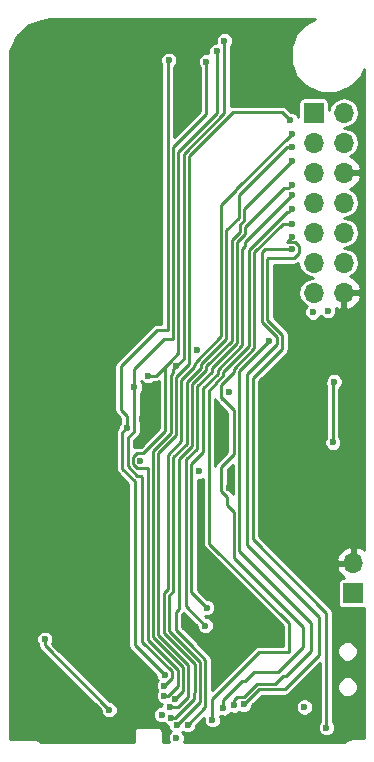
<source format=gbr>
G04 #@! TF.FileFunction,Copper,L3,Inr,Signal*
%FSLAX46Y46*%
G04 Gerber Fmt 4.6, Leading zero omitted, Abs format (unit mm)*
G04 Created by KiCad (PCBNEW 4.0.7) date 06/11/18 13:45:27*
%MOMM*%
%LPD*%
G01*
G04 APERTURE LIST*
%ADD10C,0.100000*%
%ADD11C,0.600000*%
%ADD12R,1.700000X1.700000*%
%ADD13O,1.700000X1.700000*%
%ADD14C,0.250000*%
%ADD15C,0.254000*%
G04 APERTURE END LIST*
D10*
D11*
X152810000Y-107660000D03*
X153280000Y-102450000D03*
X151180000Y-102550000D03*
X130220000Y-81740000D03*
X151140000Y-70150000D03*
X148450000Y-65150000D03*
X147910000Y-67420000D03*
X147800000Y-66000000D03*
X135430000Y-67160000D03*
X133410000Y-68500000D03*
X134570000Y-65450000D03*
X136860000Y-66300000D03*
X133000000Y-66640000D03*
X130930000Y-69760000D03*
X129860000Y-71710000D03*
X129160000Y-81730000D03*
X129910000Y-84450000D03*
X130940000Y-84420000D03*
X132080000Y-84420000D03*
X129070000Y-74210000D03*
X130280000Y-74520000D03*
X131790000Y-74860000D03*
X131840000Y-76070000D03*
X130820000Y-75890000D03*
X129240000Y-75830000D03*
X132600000Y-123780000D03*
X129380000Y-122440000D03*
X130310000Y-120140000D03*
X130760000Y-122760000D03*
X132320000Y-120420000D03*
X131750000Y-121750000D03*
X131780000Y-114370000D03*
X129460000Y-99300000D03*
X129770000Y-94440000D03*
X131310000Y-96590000D03*
X131360000Y-89440000D03*
X129570000Y-92860000D03*
X132330000Y-95770000D03*
X132020000Y-92090000D03*
X133430000Y-91380000D03*
X129770000Y-89860000D03*
X129430000Y-85570000D03*
X130130000Y-87610000D03*
X149110000Y-64170000D03*
X147110000Y-64170000D03*
X145110000Y-64170000D03*
X143110000Y-64170000D03*
X141110000Y-64170000D03*
X139110000Y-64170000D03*
X137110000Y-64170000D03*
X135110000Y-64170000D03*
X133110000Y-64170000D03*
X131990000Y-65420000D03*
X128030000Y-66120000D03*
X128030000Y-68120000D03*
X128030000Y-70120000D03*
X128030000Y-72120000D03*
X128030000Y-74120000D03*
X128030000Y-76120000D03*
X128030000Y-78120000D03*
X128030000Y-80120000D03*
X128030000Y-82120000D03*
X128030000Y-84120000D03*
X128030000Y-86120000D03*
X128030000Y-88120000D03*
X128030000Y-90120000D03*
X128030000Y-92120000D03*
X128030000Y-94120000D03*
X128030000Y-96120000D03*
X128030000Y-98120000D03*
X128030000Y-100120000D03*
X128030000Y-102120000D03*
X128030000Y-104120000D03*
X128030000Y-106120000D03*
X128030000Y-108120000D03*
X128030000Y-110120000D03*
X128030000Y-112120000D03*
X128030000Y-114120000D03*
X128030000Y-116120000D03*
X128030000Y-118120000D03*
X128030000Y-120120000D03*
X128030000Y-122120000D03*
X128030000Y-124120000D03*
X156770000Y-118910000D03*
X145280000Y-114590000D03*
X133340000Y-93060000D03*
X129700000Y-96810000D03*
X130530000Y-91150000D03*
X131100000Y-94070000D03*
X129080000Y-114840000D03*
X129240000Y-117780000D03*
X136610000Y-114990000D03*
X153430000Y-122940000D03*
D12*
X153230000Y-71650000D03*
D13*
X155770000Y-71650000D03*
X153230000Y-74190000D03*
X155770000Y-74190000D03*
X153230000Y-76730000D03*
X155770000Y-76730000D03*
X153230000Y-79270000D03*
X155770000Y-79270000D03*
X153230000Y-81810000D03*
X155770000Y-81810000D03*
X153230000Y-84350000D03*
X155770000Y-84350000D03*
X153230000Y-86890000D03*
X155770000Y-86890000D03*
D11*
X156720000Y-92741000D03*
X137670000Y-91090000D03*
X151767000Y-99980000D03*
X138720000Y-97560000D03*
X145036000Y-96297000D03*
X146052000Y-103409000D03*
D12*
X156570000Y-112350000D03*
D13*
X156570000Y-109810000D03*
D11*
X154960000Y-94440000D03*
X154860000Y-99580000D03*
X140596942Y-120166942D03*
X138041000Y-94896890D03*
X144147000Y-67341000D03*
X140610000Y-119270000D03*
X140972000Y-67214000D03*
X137416000Y-98329000D03*
X141149489Y-122870381D03*
X151386000Y-73437000D03*
X141044529Y-121957457D03*
X151259000Y-72294000D03*
X142560000Y-123490000D03*
X151386000Y-75723000D03*
X154434000Y-88423000D03*
X146052000Y-95281000D03*
X138559000Y-101123000D03*
X153164000Y-88550000D03*
X143512000Y-102012000D03*
X141590000Y-124580000D03*
X144180000Y-113570000D03*
X151386000Y-78644000D03*
X147314950Y-121760000D03*
X151386000Y-83216000D03*
X146516130Y-121803476D03*
X149481000Y-90963000D03*
X141494380Y-121295915D03*
X145671000Y-65563000D03*
X141607000Y-93122000D03*
X140590000Y-121020000D03*
X139206000Y-93933984D03*
X145036000Y-66452000D03*
X154310000Y-123730000D03*
X151386000Y-82200000D03*
X145592843Y-122057244D03*
X151386000Y-81057000D03*
X144660000Y-123070000D03*
X151386000Y-79787000D03*
X140353908Y-122627534D03*
X144060000Y-115090000D03*
X151386000Y-77755000D03*
X135917400Y-122217700D03*
X130469100Y-116236000D03*
X143355401Y-91749484D03*
X141630000Y-123510000D03*
X151386000Y-74580000D03*
X152440000Y-121980000D03*
D14*
X154860000Y-99580000D02*
X154860000Y-94540000D01*
X154860000Y-94540000D02*
X154960000Y-94440000D01*
X138041000Y-94896890D02*
X138041000Y-94280000D01*
X138041000Y-93339000D02*
X138041000Y-94280000D01*
X140545962Y-90834038D02*
X138041000Y-93339000D01*
X141330960Y-90834038D02*
X140545962Y-90834038D01*
X138041000Y-94896890D02*
X138041000Y-98629002D01*
X138630000Y-102410000D02*
X138732970Y-102512970D01*
X138041000Y-98629002D02*
X137483989Y-99186013D01*
X137483989Y-99186013D02*
X137483990Y-101609402D01*
X137483990Y-101609402D02*
X138284588Y-102410000D01*
X138284588Y-102410000D02*
X138630000Y-102410000D01*
X138732970Y-102512970D02*
X138732971Y-116467969D01*
X138732971Y-116467969D02*
X141235001Y-118969999D01*
X141235001Y-118969999D02*
X141235001Y-119528883D01*
X141235001Y-119528883D02*
X140596942Y-120166942D01*
X144147000Y-71786000D02*
X144147000Y-67341000D01*
X141330960Y-90834038D02*
X141330961Y-74602039D01*
X141330961Y-74602039D02*
X144147000Y-71786000D01*
X140972000Y-67214000D02*
X140880952Y-67305048D01*
X140880952Y-67305048D02*
X140880951Y-90074000D01*
X140880951Y-90074000D02*
X139966000Y-90074000D01*
X137416000Y-97300000D02*
X137416000Y-98329000D01*
X139966000Y-90074000D02*
X136910000Y-93130000D01*
X136910000Y-93130000D02*
X136910000Y-96794000D01*
X136910000Y-96794000D02*
X137416000Y-97300000D01*
X137416000Y-98329000D02*
X137033980Y-98711021D01*
X137033980Y-98711021D02*
X137033981Y-101795803D01*
X138098187Y-102860009D02*
X138098187Y-116758187D01*
X137033981Y-101795803D02*
X138098187Y-102860009D01*
X138098187Y-116758187D02*
X140610000Y-119270000D01*
X143060037Y-121190045D02*
X143060037Y-121291670D01*
X143060037Y-121291670D02*
X141481326Y-122870381D01*
X141481326Y-122870381D02*
X141149489Y-122870381D01*
X143150000Y-118339358D02*
X143150000Y-120720000D01*
X143150000Y-120720000D02*
X143060038Y-120809962D01*
X143060038Y-120809962D02*
X143060037Y-121190045D01*
X140533010Y-114144600D02*
X140533010Y-115722368D01*
X140533010Y-115722368D02*
X143150000Y-118339358D01*
X140533010Y-114144600D02*
X140533010Y-112356990D01*
X140891971Y-111998029D02*
X140891971Y-100615000D01*
X145394960Y-79510366D02*
X146674300Y-78231026D01*
X140533010Y-112356990D02*
X140891971Y-111998029D01*
X140891971Y-100615000D02*
X142034970Y-99472001D01*
X146674300Y-78231026D02*
X146674300Y-78148700D01*
X142034970Y-99472001D02*
X142034970Y-94257562D01*
X142034970Y-94257562D02*
X143131000Y-93161532D01*
X143131000Y-93161532D02*
X143131000Y-92982300D01*
X143131000Y-92982300D02*
X143235961Y-92877339D01*
X143235961Y-92877339D02*
X143235962Y-92753168D01*
X143235962Y-92753168D02*
X145394960Y-90594170D01*
X145394960Y-90594170D02*
X145394960Y-79510366D01*
X146674300Y-78148700D02*
X151386000Y-73437000D01*
X142610028Y-121003644D02*
X142610028Y-121105269D01*
X142610028Y-121105269D02*
X141757840Y-121957457D01*
X141757840Y-121957457D02*
X141044529Y-121957457D01*
X151259000Y-72294000D02*
X150588720Y-71623720D01*
X142680990Y-75337630D02*
X142680990Y-92975132D01*
X150588720Y-71623720D02*
X146394900Y-71623720D01*
X142680990Y-92975132D02*
X141584960Y-94071162D01*
X146394900Y-71623720D02*
X142680990Y-75337630D01*
X141584960Y-94071162D02*
X141584960Y-98986040D01*
X141584960Y-98986040D02*
X140083000Y-100488000D01*
X142610028Y-118435796D02*
X142610028Y-121003644D01*
X140083000Y-100488000D02*
X140083000Y-115908768D01*
X140083000Y-115908768D02*
X142610028Y-118435796D01*
X144050020Y-117966558D02*
X144050020Y-121999980D01*
X144050020Y-121999980D02*
X142560000Y-123490000D01*
X141540000Y-115420000D02*
X142850000Y-116730000D01*
X142850000Y-116730000D02*
X142850000Y-116766538D01*
X142850000Y-116766538D02*
X144050020Y-117966558D01*
X141540000Y-113920000D02*
X141540000Y-115420000D01*
X141791991Y-113626991D02*
X141791991Y-113668009D01*
X141791991Y-113668009D02*
X141540000Y-113920000D01*
X151386000Y-75723000D02*
X147322000Y-79787000D01*
X147322000Y-79787000D02*
X147322000Y-80801590D01*
X147322000Y-80801590D02*
X146998990Y-81124600D01*
X146998990Y-81124600D02*
X146998990Y-81758190D01*
X146998990Y-81758190D02*
X146294980Y-82462200D01*
X142934990Y-94630362D02*
X142934990Y-99861589D01*
X146294980Y-82462200D02*
X146294980Y-90966970D01*
X146294980Y-90966970D02*
X144135980Y-93125970D01*
X144135980Y-93125970D02*
X144135980Y-93429372D01*
X144135980Y-93429372D02*
X142934990Y-94630362D01*
X142934990Y-99861589D02*
X141791991Y-101004588D01*
X141791991Y-101004588D02*
X141791991Y-113626991D01*
X142886999Y-108270000D02*
X142886999Y-112276999D01*
X142886999Y-112276999D02*
X144180000Y-113570000D01*
X142886999Y-101377000D02*
X142886999Y-108270000D01*
X151386000Y-78644000D02*
X147449000Y-82581000D01*
X147449000Y-82581000D02*
X147449000Y-82957770D01*
X147449000Y-82957770D02*
X147195000Y-83211770D01*
X145093990Y-93744182D02*
X143893000Y-94945172D01*
X147195000Y-83211770D02*
X147195000Y-91339770D01*
X147195000Y-91339770D02*
X145093990Y-93440780D01*
X143893000Y-100370999D02*
X142886999Y-101377000D01*
X145093990Y-93440780D02*
X145093990Y-93744182D01*
X143893000Y-94945172D02*
X143893000Y-100370999D01*
X147314950Y-121760000D02*
X148614950Y-120460000D01*
X150106001Y-91263001D02*
X150106001Y-90662999D01*
X148614950Y-120460000D02*
X150790000Y-120460000D01*
X150790000Y-120460000D02*
X153660000Y-117590000D01*
X147612002Y-108272002D02*
X147612002Y-93757000D01*
X153660000Y-117590000D02*
X153660000Y-114320000D01*
X153660000Y-114320000D02*
X147612002Y-108272002D01*
X147612002Y-93757000D02*
X150106001Y-91263001D01*
X150106001Y-90662999D02*
X148855999Y-89412997D01*
X148855999Y-89412997D02*
X148855999Y-83460001D01*
X148855999Y-83460001D02*
X149100000Y-83216000D01*
X149100000Y-83216000D02*
X151386000Y-83216000D01*
X147612002Y-121462948D02*
X147314950Y-121760000D01*
X150920000Y-119360000D02*
X153000000Y-117280000D01*
X148428550Y-120009990D02*
X149960000Y-120009990D01*
X150920000Y-119360000D02*
X150609990Y-119360000D01*
X150609990Y-119360000D02*
X149960000Y-120009990D01*
X146516130Y-121803476D02*
X146516130Y-121379212D01*
X153000000Y-117280000D02*
X153000000Y-114870000D01*
X146516130Y-121379212D02*
X146760343Y-121134999D01*
X146760343Y-121134999D02*
X147303541Y-121134999D01*
X147303541Y-121134999D02*
X148428550Y-120009990D01*
X146931001Y-108801001D02*
X146931001Y-93512999D01*
X153000000Y-114870000D02*
X146931001Y-108801001D01*
X146931001Y-93512999D02*
X149481000Y-90963000D01*
X142160018Y-120664246D02*
X142126049Y-120664246D01*
X142126049Y-120664246D02*
X141494380Y-121295915D01*
X141607000Y-93122000D02*
X141307001Y-93421999D01*
X139632990Y-100301600D02*
X139632990Y-116095168D01*
X141307001Y-93421999D02*
X141307001Y-93712711D01*
X141134950Y-98799640D02*
X139632990Y-100301600D01*
X141307001Y-93712711D02*
X141134950Y-93884762D01*
X141134950Y-93884762D02*
X141134950Y-98799640D01*
X139632990Y-116095168D02*
X142160018Y-118622196D01*
X142160018Y-118622196D02*
X142160018Y-120664246D01*
X141607000Y-93122000D02*
X142230980Y-92498020D01*
X142230980Y-92498020D02*
X142230980Y-75151230D01*
X142230980Y-75151230D02*
X145671000Y-71711210D01*
X145671000Y-71711210D02*
X145671000Y-70922400D01*
X145671000Y-70922400D02*
X145671000Y-65563000D01*
X141040000Y-92763998D02*
X140684940Y-93119058D01*
X137933999Y-100822999D02*
X137933999Y-101423001D01*
X140886410Y-121020000D02*
X140590000Y-121020000D01*
X140684940Y-93119058D02*
X140684940Y-98613240D01*
X140684940Y-98613240D02*
X138800181Y-100497999D01*
X138800181Y-100497999D02*
X138258999Y-100497999D01*
X138258999Y-100497999D02*
X137933999Y-100822999D01*
X137933999Y-101423001D02*
X138258999Y-101748001D01*
X138258999Y-101748001D02*
X139171999Y-101748001D01*
X141710009Y-118808597D02*
X141710009Y-120196401D01*
X139171999Y-101748001D02*
X139182980Y-101737020D01*
X139182980Y-101737020D02*
X139182980Y-116281568D01*
X139182980Y-116281568D02*
X141710009Y-118808597D01*
X141710009Y-120196401D02*
X140886410Y-121020000D01*
X141040000Y-92763998D02*
X141780970Y-92023028D01*
X140108400Y-93695598D02*
X141040000Y-92763998D01*
X139919998Y-93884000D02*
X140108400Y-93695598D01*
X139206000Y-93933984D02*
X139870014Y-93933984D01*
X139870014Y-93933984D02*
X140108400Y-93695598D01*
X141780970Y-92023028D02*
X141780970Y-74964830D01*
X141780970Y-74964830D02*
X145036000Y-71709800D01*
X145036000Y-71709800D02*
X145036000Y-66876264D01*
X145036000Y-66876264D02*
X145036000Y-66452000D01*
X148062012Y-107732012D02*
X154310000Y-113980000D01*
X154310000Y-113980000D02*
X154310000Y-123730000D01*
X148062012Y-94159988D02*
X148062012Y-107550000D01*
X148062012Y-107550000D02*
X148062012Y-107732012D01*
X154310000Y-122924998D02*
X154310000Y-123730000D01*
X149306009Y-89226597D02*
X150556011Y-90476599D01*
X151386000Y-82200000D02*
X150995001Y-82590999D01*
X151686001Y-82590999D02*
X152011001Y-82915999D01*
X150995001Y-82590999D02*
X151686001Y-82590999D01*
X149354000Y-83978000D02*
X149306009Y-84025991D01*
X152011001Y-82915999D02*
X152011001Y-83516001D01*
X152011001Y-83516001D02*
X151549002Y-83978000D01*
X150556011Y-91665989D02*
X148062012Y-94159988D01*
X151549002Y-83978000D02*
X149354000Y-83978000D01*
X149306009Y-84025991D02*
X149306009Y-89226597D01*
X150556011Y-90476599D02*
X150556011Y-91665989D01*
X145592843Y-122057244D02*
X145592843Y-121347157D01*
X145592843Y-121347157D02*
X147170000Y-119770000D01*
X147170000Y-119770000D02*
X147430000Y-119770000D01*
X146480991Y-100589009D02*
X146480991Y-96816989D01*
X147430000Y-119770000D02*
X148200000Y-119000000D01*
X145426999Y-103709001D02*
X145426999Y-101643001D01*
X148200000Y-119000000D02*
X150247180Y-119000000D01*
X150247180Y-119000000D02*
X152370000Y-116877180D01*
X146480991Y-96816989D02*
X145426999Y-95762997D01*
X152370000Y-116877180D02*
X152370000Y-115230000D01*
X152370000Y-115230000D02*
X146480991Y-109340991D01*
X145426999Y-101643001D02*
X146480991Y-100589009D01*
X145426999Y-95762997D02*
X145426999Y-95580000D01*
X146480991Y-109340991D02*
X146480991Y-105430991D01*
X146480991Y-105430991D02*
X145887998Y-104837998D01*
X145887998Y-104837998D02*
X145887998Y-104170000D01*
X145887998Y-104170000D02*
X145426999Y-103709001D01*
X145426999Y-95580000D02*
X145426999Y-95798999D01*
X145426999Y-94683993D02*
X145426999Y-95580000D01*
X146480991Y-96852991D02*
X146480991Y-99307008D01*
X145426999Y-95798999D02*
X146480991Y-96852991D01*
X151386000Y-81057000D02*
X150622590Y-81057000D01*
X148211000Y-91596590D02*
X146480992Y-93326598D01*
X150622590Y-81057000D02*
X148211000Y-83468590D01*
X148211000Y-83468590D02*
X148211000Y-91596590D01*
X146480992Y-93326598D02*
X146480992Y-93630000D01*
X146480992Y-93630000D02*
X145426999Y-94683993D01*
X147790000Y-118150000D02*
X144660000Y-121280000D01*
X144660000Y-121280000D02*
X144660000Y-123070000D01*
X148600000Y-117340000D02*
X147790000Y-118150000D01*
X151150000Y-117340000D02*
X148600000Y-117340000D01*
X151150000Y-114900000D02*
X151150000Y-117340000D01*
X144401000Y-108151000D02*
X151150000Y-114900000D01*
X144401000Y-102393000D02*
X144401000Y-104210000D01*
X144401000Y-104210000D02*
X144401000Y-108151000D01*
X151386000Y-79787000D02*
X151086001Y-80086999D01*
X144343010Y-95211990D02*
X144343010Y-102335010D01*
X151086001Y-80086999D02*
X150956181Y-80086999D01*
X145544000Y-93930582D02*
X144976989Y-94497593D01*
X150956181Y-80086999D02*
X147760990Y-83282190D01*
X147760990Y-83282190D02*
X147760990Y-91410190D01*
X147760990Y-91410190D02*
X145544000Y-93627180D01*
X145544000Y-93627180D02*
X145544000Y-93930582D01*
X144976989Y-94497593D02*
X144976989Y-94578011D01*
X144976989Y-94578011D02*
X144343010Y-95211990D01*
X144343010Y-102335010D02*
X144401000Y-102393000D01*
X142436989Y-108440000D02*
X142436989Y-113466989D01*
X142436989Y-113466989D02*
X144060000Y-115090000D01*
X142436989Y-108440000D02*
X142436989Y-108600000D01*
X142436989Y-100996000D02*
X142436989Y-108440000D01*
X151386000Y-77755000D02*
X151086001Y-78054999D01*
X151086001Y-78054999D02*
X150705001Y-78054999D01*
X150705001Y-78054999D02*
X147449000Y-81311000D01*
X146744990Y-91153370D02*
X144585990Y-93312370D01*
X147449000Y-81311000D02*
X147449000Y-81944590D01*
X147449000Y-81944590D02*
X146744990Y-82648600D01*
X146744990Y-82648600D02*
X146744990Y-91153370D01*
X143385000Y-100107000D02*
X143325989Y-100107000D01*
X143325989Y-100107000D02*
X142436989Y-100996000D01*
X144585990Y-93312370D02*
X144585990Y-93615772D01*
X144585990Y-93615772D02*
X143385000Y-94816762D01*
X143385000Y-94816762D02*
X143385000Y-100107000D01*
X130469100Y-116236000D02*
X130469100Y-116769400D01*
X130469100Y-116769400D02*
X135917400Y-122217700D01*
X140990000Y-114570000D02*
X140990000Y-115210000D01*
X140990000Y-115210000D02*
X140990000Y-115542948D01*
X140983020Y-112543390D02*
X140983020Y-115203020D01*
X141341981Y-110160000D02*
X141341980Y-112184430D01*
X141341980Y-112184430D02*
X140983020Y-112543390D01*
X140983020Y-115203020D02*
X140990000Y-115210000D01*
X141341981Y-110160000D02*
X141341981Y-100818188D01*
X143600010Y-118152958D02*
X143600010Y-121539990D01*
X143600010Y-121539990D02*
X141630000Y-123510000D01*
X140990000Y-115542948D02*
X143600010Y-118152958D01*
X143685970Y-93242972D02*
X143685971Y-92939569D01*
X141341981Y-100818188D02*
X142484980Y-99675189D01*
X142484980Y-94443962D02*
X143685970Y-93242972D01*
X150961736Y-74580000D02*
X151386000Y-74580000D01*
X142484980Y-99675189D02*
X142484980Y-94443962D01*
X143685971Y-92939569D02*
X145844970Y-90780570D01*
X145844970Y-90780570D02*
X145844970Y-81619630D01*
X145844970Y-81619630D02*
X146871990Y-80592610D01*
X146871990Y-80592610D02*
X146871990Y-78669746D01*
X146871990Y-78669746D02*
X150961736Y-74580000D01*
D15*
G36*
X152674439Y-64042687D02*
X151765877Y-64949664D01*
X151273561Y-66135294D01*
X151272441Y-67419074D01*
X151762687Y-68605561D01*
X152669664Y-69514123D01*
X153855294Y-70006439D01*
X155139074Y-70007559D01*
X156325561Y-69517313D01*
X157234123Y-68610336D01*
X157513000Y-67938725D01*
X157513000Y-108682456D01*
X157451358Y-108614817D01*
X156926892Y-108368514D01*
X156697000Y-108489181D01*
X156697000Y-109683000D01*
X156717000Y-109683000D01*
X156717000Y-109937000D01*
X156697000Y-109937000D01*
X156697000Y-109957000D01*
X156443000Y-109957000D01*
X156443000Y-109937000D01*
X155249845Y-109937000D01*
X155128524Y-110166890D01*
X155298355Y-110576924D01*
X155688642Y-111005183D01*
X155815236Y-111064635D01*
X155720000Y-111064635D01*
X155561763Y-111094409D01*
X155416433Y-111187927D01*
X155318936Y-111330619D01*
X155284635Y-111500000D01*
X155284635Y-113200000D01*
X155314409Y-113358237D01*
X155407927Y-113503567D01*
X155550619Y-113601064D01*
X155720000Y-113635365D01*
X157420000Y-113635365D01*
X157513000Y-113617866D01*
X157513000Y-124613000D01*
X156680000Y-124613000D01*
X156673787Y-124614236D01*
X156646608Y-124613289D01*
X156592136Y-124622165D01*
X156536942Y-124622165D01*
X156226972Y-124683823D01*
X156226967Y-124683823D01*
X156130033Y-124723975D01*
X156055018Y-124755047D01*
X156055016Y-124755049D01*
X155792236Y-124930633D01*
X155750585Y-124972284D01*
X142216114Y-124967898D01*
X142316874Y-124725244D01*
X142317126Y-124436025D01*
X142206680Y-124168725D01*
X142103099Y-124064964D01*
X142104915Y-124063151D01*
X142147650Y-124105961D01*
X142414756Y-124216874D01*
X142703975Y-124217126D01*
X142971275Y-124106680D01*
X143175961Y-123902350D01*
X143286874Y-123635244D01*
X143286954Y-123543692D01*
X143952466Y-122878180D01*
X143933126Y-122924756D01*
X143932874Y-123213975D01*
X144043320Y-123481275D01*
X144247650Y-123685961D01*
X144514756Y-123796874D01*
X144803975Y-123797126D01*
X145071275Y-123686680D01*
X145275961Y-123482350D01*
X145386874Y-123215244D01*
X145387126Y-122926025D01*
X145303823Y-122724417D01*
X145447599Y-122784118D01*
X145736818Y-122784370D01*
X146004118Y-122673924D01*
X146208804Y-122469594D01*
X146211123Y-122464010D01*
X146370886Y-122530350D01*
X146660105Y-122530602D01*
X146927405Y-122420156D01*
X146951384Y-122396218D01*
X147169706Y-122486874D01*
X147458925Y-122487126D01*
X147726225Y-122376680D01*
X147930911Y-122172350D01*
X147950998Y-122123975D01*
X151712874Y-122123975D01*
X151823320Y-122391275D01*
X152027650Y-122595961D01*
X152294756Y-122706874D01*
X152583975Y-122707126D01*
X152851275Y-122596680D01*
X153055961Y-122392350D01*
X153166874Y-122125244D01*
X153167126Y-121836025D01*
X153056680Y-121568725D01*
X152852350Y-121364039D01*
X152585244Y-121253126D01*
X152296025Y-121252874D01*
X152028725Y-121363320D01*
X151824039Y-121567650D01*
X151713126Y-121834756D01*
X151712874Y-122123975D01*
X147950998Y-122123975D01*
X148041824Y-121905244D01*
X148041904Y-121813692D01*
X148843596Y-121012000D01*
X150790000Y-121012000D01*
X151001242Y-120969982D01*
X151180323Y-120850323D01*
X153758000Y-118272646D01*
X153758000Y-123253800D01*
X153694039Y-123317650D01*
X153583126Y-123584756D01*
X153582874Y-123873975D01*
X153693320Y-124141275D01*
X153897650Y-124345961D01*
X154164756Y-124456874D01*
X154453975Y-124457126D01*
X154721275Y-124346680D01*
X154925961Y-124142350D01*
X155036874Y-123875244D01*
X155037126Y-123586025D01*
X154926680Y-123318725D01*
X154862000Y-123253932D01*
X154862000Y-120443681D01*
X155212849Y-120443681D01*
X155346082Y-120766131D01*
X155592571Y-121013051D01*
X155914789Y-121146847D01*
X156263681Y-121147151D01*
X156586131Y-121013918D01*
X156833051Y-120767429D01*
X156966847Y-120445211D01*
X156967151Y-120096319D01*
X156833918Y-119773869D01*
X156587429Y-119526949D01*
X156265211Y-119393153D01*
X155916319Y-119392849D01*
X155593869Y-119526082D01*
X155346949Y-119772571D01*
X155213153Y-120094789D01*
X155212849Y-120443681D01*
X154862000Y-120443681D01*
X154862000Y-117443681D01*
X155212849Y-117443681D01*
X155346082Y-117766131D01*
X155592571Y-118013051D01*
X155914789Y-118146847D01*
X156263681Y-118147151D01*
X156586131Y-118013918D01*
X156833051Y-117767429D01*
X156966847Y-117445211D01*
X156967151Y-117096319D01*
X156833918Y-116773869D01*
X156587429Y-116526949D01*
X156265211Y-116393153D01*
X155916319Y-116392849D01*
X155593869Y-116526082D01*
X155346949Y-116772571D01*
X155213153Y-117094789D01*
X155212849Y-117443681D01*
X154862000Y-117443681D01*
X154862000Y-113980000D01*
X154819982Y-113768759D01*
X154700323Y-113589677D01*
X150563756Y-109453110D01*
X155128524Y-109453110D01*
X155249845Y-109683000D01*
X156443000Y-109683000D01*
X156443000Y-108489181D01*
X156213108Y-108368514D01*
X155688642Y-108614817D01*
X155298355Y-109043076D01*
X155128524Y-109453110D01*
X150563756Y-109453110D01*
X148614012Y-107503366D01*
X148614012Y-99723975D01*
X154132874Y-99723975D01*
X154243320Y-99991275D01*
X154447650Y-100195961D01*
X154714756Y-100306874D01*
X155003975Y-100307126D01*
X155271275Y-100196680D01*
X155475961Y-99992350D01*
X155586874Y-99725244D01*
X155587126Y-99436025D01*
X155476680Y-99168725D01*
X155412000Y-99103932D01*
X155412000Y-95016026D01*
X155575961Y-94852350D01*
X155686874Y-94585244D01*
X155687126Y-94296025D01*
X155576680Y-94028725D01*
X155372350Y-93824039D01*
X155105244Y-93713126D01*
X154816025Y-93712874D01*
X154548725Y-93823320D01*
X154344039Y-94027650D01*
X154233126Y-94294756D01*
X154232874Y-94583975D01*
X154308000Y-94765794D01*
X154308000Y-99103800D01*
X154244039Y-99167650D01*
X154133126Y-99434756D01*
X154132874Y-99723975D01*
X148614012Y-99723975D01*
X148614012Y-94388634D01*
X150946334Y-92056312D01*
X151065993Y-91877231D01*
X151108011Y-91665989D01*
X151108011Y-90476599D01*
X151104110Y-90456988D01*
X151065993Y-90265357D01*
X150946334Y-90086276D01*
X149858009Y-88997951D01*
X149858009Y-84530000D01*
X151549002Y-84530000D01*
X151760244Y-84487982D01*
X151932530Y-84372863D01*
X152025188Y-84838687D01*
X152302007Y-85252975D01*
X152716295Y-85529794D01*
X153169791Y-85620000D01*
X152716295Y-85710206D01*
X152302007Y-85987025D01*
X152025188Y-86401313D01*
X151927982Y-86890000D01*
X152025188Y-87378687D01*
X152302007Y-87792975D01*
X152656222Y-88029655D01*
X152548039Y-88137650D01*
X152437126Y-88404756D01*
X152436874Y-88693975D01*
X152547320Y-88961275D01*
X152751650Y-89165961D01*
X153018756Y-89276874D01*
X153307975Y-89277126D01*
X153575275Y-89166680D01*
X153779961Y-88962350D01*
X153828495Y-88845469D01*
X154021650Y-89038961D01*
X154288756Y-89149874D01*
X154577975Y-89150126D01*
X154845275Y-89039680D01*
X155049961Y-88835350D01*
X155160874Y-88568244D01*
X155161126Y-88279025D01*
X155127353Y-88197288D01*
X155413108Y-88331486D01*
X155643000Y-88210819D01*
X155643000Y-87017000D01*
X155897000Y-87017000D01*
X155897000Y-88210819D01*
X156126892Y-88331486D01*
X156651358Y-88085183D01*
X157041645Y-87656924D01*
X157211476Y-87246890D01*
X157090155Y-87017000D01*
X155897000Y-87017000D01*
X155643000Y-87017000D01*
X155623000Y-87017000D01*
X155623000Y-86763000D01*
X155643000Y-86763000D01*
X155643000Y-86743000D01*
X155897000Y-86743000D01*
X155897000Y-86763000D01*
X157090155Y-86763000D01*
X157211476Y-86533110D01*
X157041645Y-86123076D01*
X156651358Y-85694817D01*
X156290417Y-85525309D01*
X156697993Y-85252975D01*
X156974812Y-84838687D01*
X157072018Y-84350000D01*
X156974812Y-83861313D01*
X156697993Y-83447025D01*
X156283705Y-83170206D01*
X155830209Y-83080000D01*
X156283705Y-82989794D01*
X156697993Y-82712975D01*
X156974812Y-82298687D01*
X157072018Y-81810000D01*
X156974812Y-81321313D01*
X156697993Y-80907025D01*
X156283705Y-80630206D01*
X155830209Y-80540000D01*
X156283705Y-80449794D01*
X156697993Y-80172975D01*
X156974812Y-79758687D01*
X157072018Y-79270000D01*
X156974812Y-78781313D01*
X156697993Y-78367025D01*
X156290417Y-78094691D01*
X156651358Y-77925183D01*
X157041645Y-77496924D01*
X157211476Y-77086890D01*
X157090155Y-76857000D01*
X155897000Y-76857000D01*
X155897000Y-76877000D01*
X155643000Y-76877000D01*
X155643000Y-76857000D01*
X155623000Y-76857000D01*
X155623000Y-76603000D01*
X155643000Y-76603000D01*
X155643000Y-76583000D01*
X155897000Y-76583000D01*
X155897000Y-76603000D01*
X157090155Y-76603000D01*
X157211476Y-76373110D01*
X157041645Y-75963076D01*
X156651358Y-75534817D01*
X156290417Y-75365309D01*
X156697993Y-75092975D01*
X156974812Y-74678687D01*
X157072018Y-74190000D01*
X156974812Y-73701313D01*
X156697993Y-73287025D01*
X156283705Y-73010206D01*
X155830209Y-72920000D01*
X156283705Y-72829794D01*
X156697993Y-72552975D01*
X156974812Y-72138687D01*
X157072018Y-71650000D01*
X156974812Y-71161313D01*
X156697993Y-70747025D01*
X156283705Y-70470206D01*
X155795018Y-70373000D01*
X155744982Y-70373000D01*
X155256295Y-70470206D01*
X154842007Y-70747025D01*
X154565188Y-71161313D01*
X154515365Y-71411790D01*
X154515365Y-70800000D01*
X154485591Y-70641763D01*
X154392073Y-70496433D01*
X154249381Y-70398936D01*
X154080000Y-70364635D01*
X152380000Y-70364635D01*
X152221763Y-70394409D01*
X152076433Y-70487927D01*
X151978936Y-70630619D01*
X151944635Y-70800000D01*
X151944635Y-72049609D01*
X151875680Y-71882725D01*
X151671350Y-71678039D01*
X151404244Y-71567126D01*
X151312692Y-71567046D01*
X150979043Y-71233397D01*
X150799962Y-71113738D01*
X150588720Y-71071720D01*
X146394900Y-71071720D01*
X146223000Y-71105913D01*
X146223000Y-66039200D01*
X146286961Y-65975350D01*
X146397874Y-65708244D01*
X146398126Y-65419025D01*
X146287680Y-65151725D01*
X146083350Y-64947039D01*
X145816244Y-64836126D01*
X145527025Y-64835874D01*
X145259725Y-64946320D01*
X145055039Y-65150650D01*
X144944126Y-65417756D01*
X144943874Y-65706975D01*
X144951291Y-65724926D01*
X144892025Y-65724874D01*
X144624725Y-65835320D01*
X144420039Y-66039650D01*
X144309126Y-66306756D01*
X144308874Y-66595975D01*
X144321371Y-66626221D01*
X144292244Y-66614126D01*
X144003025Y-66613874D01*
X143735725Y-66724320D01*
X143531039Y-66928650D01*
X143420126Y-67195756D01*
X143419874Y-67484975D01*
X143530320Y-67752275D01*
X143595000Y-67817068D01*
X143595000Y-71557354D01*
X141432952Y-73719402D01*
X141432952Y-67781089D01*
X141587961Y-67626350D01*
X141698874Y-67359244D01*
X141699126Y-67070025D01*
X141588680Y-66802725D01*
X141384350Y-66598039D01*
X141117244Y-66487126D01*
X140828025Y-66486874D01*
X140560725Y-66597320D01*
X140356039Y-66801650D01*
X140245126Y-67068756D01*
X140244874Y-67357975D01*
X140328952Y-67561459D01*
X140328951Y-89522000D01*
X139966000Y-89522000D01*
X139754758Y-89564018D01*
X139575677Y-89683677D01*
X136519677Y-92739677D01*
X136400018Y-92918758D01*
X136388805Y-92975132D01*
X136358000Y-93130000D01*
X136358000Y-96794000D01*
X136400018Y-97005242D01*
X136519677Y-97184323D01*
X136864000Y-97528646D01*
X136864000Y-97852800D01*
X136800039Y-97916650D01*
X136689126Y-98183756D01*
X136689046Y-98275310D01*
X136643660Y-98320696D01*
X136643657Y-98320698D01*
X136523998Y-98499780D01*
X136481980Y-98711021D01*
X136481981Y-101795803D01*
X136523999Y-102007045D01*
X136643658Y-102186126D01*
X137546187Y-103088655D01*
X137546187Y-116758187D01*
X137588205Y-116969429D01*
X137707864Y-117148510D01*
X139882953Y-119323599D01*
X139882874Y-119413975D01*
X139993320Y-119681275D01*
X140023820Y-119711828D01*
X139980981Y-119754592D01*
X139870068Y-120021698D01*
X139869816Y-120310917D01*
X139980262Y-120578217D01*
X139991872Y-120589848D01*
X139974039Y-120607650D01*
X139863126Y-120874756D01*
X139862874Y-121163975D01*
X139973320Y-121431275D01*
X140177650Y-121635961D01*
X140359489Y-121711468D01*
X140317655Y-121812213D01*
X140317578Y-121900502D01*
X140209933Y-121900408D01*
X139942633Y-122010854D01*
X139737947Y-122215184D01*
X139627034Y-122482290D01*
X139626782Y-122771509D01*
X139737228Y-123038809D01*
X139941558Y-123243495D01*
X140208664Y-123354408D01*
X140497883Y-123354660D01*
X140574205Y-123323124D01*
X140737139Y-123486342D01*
X140902960Y-123555197D01*
X140902874Y-123653975D01*
X141013320Y-123921275D01*
X141116901Y-124025036D01*
X140974039Y-124167650D01*
X140863126Y-124434756D01*
X140862874Y-124723975D01*
X140963493Y-124967492D01*
X140447000Y-124967325D01*
X140447000Y-124130000D01*
X140410691Y-123947460D01*
X140307290Y-123792710D01*
X140152540Y-123689309D01*
X139970000Y-123653000D01*
X138460000Y-123653000D01*
X138277460Y-123689309D01*
X138122710Y-123792710D01*
X138019309Y-123947460D01*
X137983000Y-124130000D01*
X137983000Y-124966527D01*
X130134784Y-124963983D01*
X129893500Y-124802763D01*
X129721552Y-124731539D01*
X129721551Y-124731539D01*
X129423058Y-124672165D01*
X129356076Y-124672165D01*
X129310000Y-124663000D01*
X127557000Y-124663000D01*
X127557000Y-116379975D01*
X129741974Y-116379975D01*
X129852420Y-116647275D01*
X129917100Y-116712068D01*
X129917100Y-116769400D01*
X129959118Y-116980642D01*
X130078777Y-117159723D01*
X135190353Y-122271299D01*
X135190274Y-122361675D01*
X135300720Y-122628975D01*
X135505050Y-122833661D01*
X135772156Y-122944574D01*
X136061375Y-122944826D01*
X136328675Y-122834380D01*
X136533361Y-122630050D01*
X136644274Y-122362944D01*
X136644526Y-122073725D01*
X136534080Y-121806425D01*
X136329750Y-121601739D01*
X136062644Y-121490826D01*
X135971092Y-121490746D01*
X131097864Y-116617518D01*
X131195974Y-116381244D01*
X131196226Y-116092025D01*
X131085780Y-115824725D01*
X130881450Y-115620039D01*
X130614344Y-115509126D01*
X130325125Y-115508874D01*
X130057825Y-115619320D01*
X129853139Y-115823650D01*
X129742226Y-116090756D01*
X129741974Y-116379975D01*
X127557000Y-116379975D01*
X127557000Y-66397264D01*
X128135512Y-65175981D01*
X129146531Y-64260741D01*
X130457857Y-63792419D01*
X130983670Y-63757000D01*
X153365855Y-63757000D01*
X152674439Y-64042687D01*
X152674439Y-64042687D01*
G37*
X152674439Y-64042687D02*
X151765877Y-64949664D01*
X151273561Y-66135294D01*
X151272441Y-67419074D01*
X151762687Y-68605561D01*
X152669664Y-69514123D01*
X153855294Y-70006439D01*
X155139074Y-70007559D01*
X156325561Y-69517313D01*
X157234123Y-68610336D01*
X157513000Y-67938725D01*
X157513000Y-108682456D01*
X157451358Y-108614817D01*
X156926892Y-108368514D01*
X156697000Y-108489181D01*
X156697000Y-109683000D01*
X156717000Y-109683000D01*
X156717000Y-109937000D01*
X156697000Y-109937000D01*
X156697000Y-109957000D01*
X156443000Y-109957000D01*
X156443000Y-109937000D01*
X155249845Y-109937000D01*
X155128524Y-110166890D01*
X155298355Y-110576924D01*
X155688642Y-111005183D01*
X155815236Y-111064635D01*
X155720000Y-111064635D01*
X155561763Y-111094409D01*
X155416433Y-111187927D01*
X155318936Y-111330619D01*
X155284635Y-111500000D01*
X155284635Y-113200000D01*
X155314409Y-113358237D01*
X155407927Y-113503567D01*
X155550619Y-113601064D01*
X155720000Y-113635365D01*
X157420000Y-113635365D01*
X157513000Y-113617866D01*
X157513000Y-124613000D01*
X156680000Y-124613000D01*
X156673787Y-124614236D01*
X156646608Y-124613289D01*
X156592136Y-124622165D01*
X156536942Y-124622165D01*
X156226972Y-124683823D01*
X156226967Y-124683823D01*
X156130033Y-124723975D01*
X156055018Y-124755047D01*
X156055016Y-124755049D01*
X155792236Y-124930633D01*
X155750585Y-124972284D01*
X142216114Y-124967898D01*
X142316874Y-124725244D01*
X142317126Y-124436025D01*
X142206680Y-124168725D01*
X142103099Y-124064964D01*
X142104915Y-124063151D01*
X142147650Y-124105961D01*
X142414756Y-124216874D01*
X142703975Y-124217126D01*
X142971275Y-124106680D01*
X143175961Y-123902350D01*
X143286874Y-123635244D01*
X143286954Y-123543692D01*
X143952466Y-122878180D01*
X143933126Y-122924756D01*
X143932874Y-123213975D01*
X144043320Y-123481275D01*
X144247650Y-123685961D01*
X144514756Y-123796874D01*
X144803975Y-123797126D01*
X145071275Y-123686680D01*
X145275961Y-123482350D01*
X145386874Y-123215244D01*
X145387126Y-122926025D01*
X145303823Y-122724417D01*
X145447599Y-122784118D01*
X145736818Y-122784370D01*
X146004118Y-122673924D01*
X146208804Y-122469594D01*
X146211123Y-122464010D01*
X146370886Y-122530350D01*
X146660105Y-122530602D01*
X146927405Y-122420156D01*
X146951384Y-122396218D01*
X147169706Y-122486874D01*
X147458925Y-122487126D01*
X147726225Y-122376680D01*
X147930911Y-122172350D01*
X147950998Y-122123975D01*
X151712874Y-122123975D01*
X151823320Y-122391275D01*
X152027650Y-122595961D01*
X152294756Y-122706874D01*
X152583975Y-122707126D01*
X152851275Y-122596680D01*
X153055961Y-122392350D01*
X153166874Y-122125244D01*
X153167126Y-121836025D01*
X153056680Y-121568725D01*
X152852350Y-121364039D01*
X152585244Y-121253126D01*
X152296025Y-121252874D01*
X152028725Y-121363320D01*
X151824039Y-121567650D01*
X151713126Y-121834756D01*
X151712874Y-122123975D01*
X147950998Y-122123975D01*
X148041824Y-121905244D01*
X148041904Y-121813692D01*
X148843596Y-121012000D01*
X150790000Y-121012000D01*
X151001242Y-120969982D01*
X151180323Y-120850323D01*
X153758000Y-118272646D01*
X153758000Y-123253800D01*
X153694039Y-123317650D01*
X153583126Y-123584756D01*
X153582874Y-123873975D01*
X153693320Y-124141275D01*
X153897650Y-124345961D01*
X154164756Y-124456874D01*
X154453975Y-124457126D01*
X154721275Y-124346680D01*
X154925961Y-124142350D01*
X155036874Y-123875244D01*
X155037126Y-123586025D01*
X154926680Y-123318725D01*
X154862000Y-123253932D01*
X154862000Y-120443681D01*
X155212849Y-120443681D01*
X155346082Y-120766131D01*
X155592571Y-121013051D01*
X155914789Y-121146847D01*
X156263681Y-121147151D01*
X156586131Y-121013918D01*
X156833051Y-120767429D01*
X156966847Y-120445211D01*
X156967151Y-120096319D01*
X156833918Y-119773869D01*
X156587429Y-119526949D01*
X156265211Y-119393153D01*
X155916319Y-119392849D01*
X155593869Y-119526082D01*
X155346949Y-119772571D01*
X155213153Y-120094789D01*
X155212849Y-120443681D01*
X154862000Y-120443681D01*
X154862000Y-117443681D01*
X155212849Y-117443681D01*
X155346082Y-117766131D01*
X155592571Y-118013051D01*
X155914789Y-118146847D01*
X156263681Y-118147151D01*
X156586131Y-118013918D01*
X156833051Y-117767429D01*
X156966847Y-117445211D01*
X156967151Y-117096319D01*
X156833918Y-116773869D01*
X156587429Y-116526949D01*
X156265211Y-116393153D01*
X155916319Y-116392849D01*
X155593869Y-116526082D01*
X155346949Y-116772571D01*
X155213153Y-117094789D01*
X155212849Y-117443681D01*
X154862000Y-117443681D01*
X154862000Y-113980000D01*
X154819982Y-113768759D01*
X154700323Y-113589677D01*
X150563756Y-109453110D01*
X155128524Y-109453110D01*
X155249845Y-109683000D01*
X156443000Y-109683000D01*
X156443000Y-108489181D01*
X156213108Y-108368514D01*
X155688642Y-108614817D01*
X155298355Y-109043076D01*
X155128524Y-109453110D01*
X150563756Y-109453110D01*
X148614012Y-107503366D01*
X148614012Y-99723975D01*
X154132874Y-99723975D01*
X154243320Y-99991275D01*
X154447650Y-100195961D01*
X154714756Y-100306874D01*
X155003975Y-100307126D01*
X155271275Y-100196680D01*
X155475961Y-99992350D01*
X155586874Y-99725244D01*
X155587126Y-99436025D01*
X155476680Y-99168725D01*
X155412000Y-99103932D01*
X155412000Y-95016026D01*
X155575961Y-94852350D01*
X155686874Y-94585244D01*
X155687126Y-94296025D01*
X155576680Y-94028725D01*
X155372350Y-93824039D01*
X155105244Y-93713126D01*
X154816025Y-93712874D01*
X154548725Y-93823320D01*
X154344039Y-94027650D01*
X154233126Y-94294756D01*
X154232874Y-94583975D01*
X154308000Y-94765794D01*
X154308000Y-99103800D01*
X154244039Y-99167650D01*
X154133126Y-99434756D01*
X154132874Y-99723975D01*
X148614012Y-99723975D01*
X148614012Y-94388634D01*
X150946334Y-92056312D01*
X151065993Y-91877231D01*
X151108011Y-91665989D01*
X151108011Y-90476599D01*
X151104110Y-90456988D01*
X151065993Y-90265357D01*
X150946334Y-90086276D01*
X149858009Y-88997951D01*
X149858009Y-84530000D01*
X151549002Y-84530000D01*
X151760244Y-84487982D01*
X151932530Y-84372863D01*
X152025188Y-84838687D01*
X152302007Y-85252975D01*
X152716295Y-85529794D01*
X153169791Y-85620000D01*
X152716295Y-85710206D01*
X152302007Y-85987025D01*
X152025188Y-86401313D01*
X151927982Y-86890000D01*
X152025188Y-87378687D01*
X152302007Y-87792975D01*
X152656222Y-88029655D01*
X152548039Y-88137650D01*
X152437126Y-88404756D01*
X152436874Y-88693975D01*
X152547320Y-88961275D01*
X152751650Y-89165961D01*
X153018756Y-89276874D01*
X153307975Y-89277126D01*
X153575275Y-89166680D01*
X153779961Y-88962350D01*
X153828495Y-88845469D01*
X154021650Y-89038961D01*
X154288756Y-89149874D01*
X154577975Y-89150126D01*
X154845275Y-89039680D01*
X155049961Y-88835350D01*
X155160874Y-88568244D01*
X155161126Y-88279025D01*
X155127353Y-88197288D01*
X155413108Y-88331486D01*
X155643000Y-88210819D01*
X155643000Y-87017000D01*
X155897000Y-87017000D01*
X155897000Y-88210819D01*
X156126892Y-88331486D01*
X156651358Y-88085183D01*
X157041645Y-87656924D01*
X157211476Y-87246890D01*
X157090155Y-87017000D01*
X155897000Y-87017000D01*
X155643000Y-87017000D01*
X155623000Y-87017000D01*
X155623000Y-86763000D01*
X155643000Y-86763000D01*
X155643000Y-86743000D01*
X155897000Y-86743000D01*
X155897000Y-86763000D01*
X157090155Y-86763000D01*
X157211476Y-86533110D01*
X157041645Y-86123076D01*
X156651358Y-85694817D01*
X156290417Y-85525309D01*
X156697993Y-85252975D01*
X156974812Y-84838687D01*
X157072018Y-84350000D01*
X156974812Y-83861313D01*
X156697993Y-83447025D01*
X156283705Y-83170206D01*
X155830209Y-83080000D01*
X156283705Y-82989794D01*
X156697993Y-82712975D01*
X156974812Y-82298687D01*
X157072018Y-81810000D01*
X156974812Y-81321313D01*
X156697993Y-80907025D01*
X156283705Y-80630206D01*
X155830209Y-80540000D01*
X156283705Y-80449794D01*
X156697993Y-80172975D01*
X156974812Y-79758687D01*
X157072018Y-79270000D01*
X156974812Y-78781313D01*
X156697993Y-78367025D01*
X156290417Y-78094691D01*
X156651358Y-77925183D01*
X157041645Y-77496924D01*
X157211476Y-77086890D01*
X157090155Y-76857000D01*
X155897000Y-76857000D01*
X155897000Y-76877000D01*
X155643000Y-76877000D01*
X155643000Y-76857000D01*
X155623000Y-76857000D01*
X155623000Y-76603000D01*
X155643000Y-76603000D01*
X155643000Y-76583000D01*
X155897000Y-76583000D01*
X155897000Y-76603000D01*
X157090155Y-76603000D01*
X157211476Y-76373110D01*
X157041645Y-75963076D01*
X156651358Y-75534817D01*
X156290417Y-75365309D01*
X156697993Y-75092975D01*
X156974812Y-74678687D01*
X157072018Y-74190000D01*
X156974812Y-73701313D01*
X156697993Y-73287025D01*
X156283705Y-73010206D01*
X155830209Y-72920000D01*
X156283705Y-72829794D01*
X156697993Y-72552975D01*
X156974812Y-72138687D01*
X157072018Y-71650000D01*
X156974812Y-71161313D01*
X156697993Y-70747025D01*
X156283705Y-70470206D01*
X155795018Y-70373000D01*
X155744982Y-70373000D01*
X155256295Y-70470206D01*
X154842007Y-70747025D01*
X154565188Y-71161313D01*
X154515365Y-71411790D01*
X154515365Y-70800000D01*
X154485591Y-70641763D01*
X154392073Y-70496433D01*
X154249381Y-70398936D01*
X154080000Y-70364635D01*
X152380000Y-70364635D01*
X152221763Y-70394409D01*
X152076433Y-70487927D01*
X151978936Y-70630619D01*
X151944635Y-70800000D01*
X151944635Y-72049609D01*
X151875680Y-71882725D01*
X151671350Y-71678039D01*
X151404244Y-71567126D01*
X151312692Y-71567046D01*
X150979043Y-71233397D01*
X150799962Y-71113738D01*
X150588720Y-71071720D01*
X146394900Y-71071720D01*
X146223000Y-71105913D01*
X146223000Y-66039200D01*
X146286961Y-65975350D01*
X146397874Y-65708244D01*
X146398126Y-65419025D01*
X146287680Y-65151725D01*
X146083350Y-64947039D01*
X145816244Y-64836126D01*
X145527025Y-64835874D01*
X145259725Y-64946320D01*
X145055039Y-65150650D01*
X144944126Y-65417756D01*
X144943874Y-65706975D01*
X144951291Y-65724926D01*
X144892025Y-65724874D01*
X144624725Y-65835320D01*
X144420039Y-66039650D01*
X144309126Y-66306756D01*
X144308874Y-66595975D01*
X144321371Y-66626221D01*
X144292244Y-66614126D01*
X144003025Y-66613874D01*
X143735725Y-66724320D01*
X143531039Y-66928650D01*
X143420126Y-67195756D01*
X143419874Y-67484975D01*
X143530320Y-67752275D01*
X143595000Y-67817068D01*
X143595000Y-71557354D01*
X141432952Y-73719402D01*
X141432952Y-67781089D01*
X141587961Y-67626350D01*
X141698874Y-67359244D01*
X141699126Y-67070025D01*
X141588680Y-66802725D01*
X141384350Y-66598039D01*
X141117244Y-66487126D01*
X140828025Y-66486874D01*
X140560725Y-66597320D01*
X140356039Y-66801650D01*
X140245126Y-67068756D01*
X140244874Y-67357975D01*
X140328952Y-67561459D01*
X140328951Y-89522000D01*
X139966000Y-89522000D01*
X139754758Y-89564018D01*
X139575677Y-89683677D01*
X136519677Y-92739677D01*
X136400018Y-92918758D01*
X136388805Y-92975132D01*
X136358000Y-93130000D01*
X136358000Y-96794000D01*
X136400018Y-97005242D01*
X136519677Y-97184323D01*
X136864000Y-97528646D01*
X136864000Y-97852800D01*
X136800039Y-97916650D01*
X136689126Y-98183756D01*
X136689046Y-98275310D01*
X136643660Y-98320696D01*
X136643657Y-98320698D01*
X136523998Y-98499780D01*
X136481980Y-98711021D01*
X136481981Y-101795803D01*
X136523999Y-102007045D01*
X136643658Y-102186126D01*
X137546187Y-103088655D01*
X137546187Y-116758187D01*
X137588205Y-116969429D01*
X137707864Y-117148510D01*
X139882953Y-119323599D01*
X139882874Y-119413975D01*
X139993320Y-119681275D01*
X140023820Y-119711828D01*
X139980981Y-119754592D01*
X139870068Y-120021698D01*
X139869816Y-120310917D01*
X139980262Y-120578217D01*
X139991872Y-120589848D01*
X139974039Y-120607650D01*
X139863126Y-120874756D01*
X139862874Y-121163975D01*
X139973320Y-121431275D01*
X140177650Y-121635961D01*
X140359489Y-121711468D01*
X140317655Y-121812213D01*
X140317578Y-121900502D01*
X140209933Y-121900408D01*
X139942633Y-122010854D01*
X139737947Y-122215184D01*
X139627034Y-122482290D01*
X139626782Y-122771509D01*
X139737228Y-123038809D01*
X139941558Y-123243495D01*
X140208664Y-123354408D01*
X140497883Y-123354660D01*
X140574205Y-123323124D01*
X140737139Y-123486342D01*
X140902960Y-123555197D01*
X140902874Y-123653975D01*
X141013320Y-123921275D01*
X141116901Y-124025036D01*
X140974039Y-124167650D01*
X140863126Y-124434756D01*
X140862874Y-124723975D01*
X140963493Y-124967492D01*
X140447000Y-124967325D01*
X140447000Y-124130000D01*
X140410691Y-123947460D01*
X140307290Y-123792710D01*
X140152540Y-123689309D01*
X139970000Y-123653000D01*
X138460000Y-123653000D01*
X138277460Y-123689309D01*
X138122710Y-123792710D01*
X138019309Y-123947460D01*
X137983000Y-124130000D01*
X137983000Y-124966527D01*
X130134784Y-124963983D01*
X129893500Y-124802763D01*
X129721552Y-124731539D01*
X129721551Y-124731539D01*
X129423058Y-124672165D01*
X129356076Y-124672165D01*
X129310000Y-124663000D01*
X127557000Y-124663000D01*
X127557000Y-116379975D01*
X129741974Y-116379975D01*
X129852420Y-116647275D01*
X129917100Y-116712068D01*
X129917100Y-116769400D01*
X129959118Y-116980642D01*
X130078777Y-117159723D01*
X135190353Y-122271299D01*
X135190274Y-122361675D01*
X135300720Y-122628975D01*
X135505050Y-122833661D01*
X135772156Y-122944574D01*
X136061375Y-122944826D01*
X136328675Y-122834380D01*
X136533361Y-122630050D01*
X136644274Y-122362944D01*
X136644526Y-122073725D01*
X136534080Y-121806425D01*
X136329750Y-121601739D01*
X136062644Y-121490826D01*
X135971092Y-121490746D01*
X131097864Y-116617518D01*
X131195974Y-116381244D01*
X131196226Y-116092025D01*
X131085780Y-115824725D01*
X130881450Y-115620039D01*
X130614344Y-115509126D01*
X130325125Y-115508874D01*
X130057825Y-115619320D01*
X129853139Y-115823650D01*
X129742226Y-116090756D01*
X129741974Y-116379975D01*
X127557000Y-116379975D01*
X127557000Y-66397264D01*
X128135512Y-65175981D01*
X129146531Y-64260741D01*
X130457857Y-63792419D01*
X130983670Y-63757000D01*
X153365855Y-63757000D01*
X152674439Y-64042687D01*
G36*
X143849000Y-108151000D02*
X143891018Y-108362242D01*
X144010677Y-108541323D01*
X150598000Y-115128646D01*
X150598000Y-116788000D01*
X148600000Y-116788000D01*
X148388758Y-116830018D01*
X148209677Y-116949677D01*
X144602020Y-120557334D01*
X144602020Y-117966558D01*
X144560002Y-117755317D01*
X144440343Y-117576235D01*
X143313900Y-116449792D01*
X143240323Y-116339677D01*
X142092000Y-115191354D01*
X142092000Y-114148646D01*
X142182314Y-114058332D01*
X142208498Y-114019144D01*
X143332953Y-115143599D01*
X143332874Y-115233975D01*
X143443320Y-115501275D01*
X143647650Y-115705961D01*
X143914756Y-115816874D01*
X144203975Y-115817126D01*
X144471275Y-115706680D01*
X144675961Y-115502350D01*
X144786874Y-115235244D01*
X144787126Y-114946025D01*
X144676680Y-114678725D01*
X144472350Y-114474039D01*
X144205244Y-114363126D01*
X144113692Y-114363046D01*
X144047531Y-114296885D01*
X144323975Y-114297126D01*
X144591275Y-114186680D01*
X144795961Y-113982350D01*
X144906874Y-113715244D01*
X144907126Y-113426025D01*
X144796680Y-113158725D01*
X144592350Y-112954039D01*
X144325244Y-112843126D01*
X144233692Y-112843046D01*
X143438999Y-112048353D01*
X143438999Y-102738937D01*
X143655975Y-102739126D01*
X143849000Y-102659370D01*
X143849000Y-108151000D01*
X143849000Y-108151000D01*
G37*
X143849000Y-108151000D02*
X143891018Y-108362242D01*
X144010677Y-108541323D01*
X150598000Y-115128646D01*
X150598000Y-116788000D01*
X148600000Y-116788000D01*
X148388758Y-116830018D01*
X148209677Y-116949677D01*
X144602020Y-120557334D01*
X144602020Y-117966558D01*
X144560002Y-117755317D01*
X144440343Y-117576235D01*
X143313900Y-116449792D01*
X143240323Y-116339677D01*
X142092000Y-115191354D01*
X142092000Y-114148646D01*
X142182314Y-114058332D01*
X142208498Y-114019144D01*
X143332953Y-115143599D01*
X143332874Y-115233975D01*
X143443320Y-115501275D01*
X143647650Y-115705961D01*
X143914756Y-115816874D01*
X144203975Y-115817126D01*
X144471275Y-115706680D01*
X144675961Y-115502350D01*
X144786874Y-115235244D01*
X144787126Y-114946025D01*
X144676680Y-114678725D01*
X144472350Y-114474039D01*
X144205244Y-114363126D01*
X144113692Y-114363046D01*
X144047531Y-114296885D01*
X144323975Y-114297126D01*
X144591275Y-114186680D01*
X144795961Y-113982350D01*
X144906874Y-113715244D01*
X144907126Y-113426025D01*
X144796680Y-113158725D01*
X144592350Y-112954039D01*
X144325244Y-112843126D01*
X144233692Y-112843046D01*
X143438999Y-112048353D01*
X143438999Y-102738937D01*
X143655975Y-102739126D01*
X143849000Y-102659370D01*
X143849000Y-108151000D01*
G36*
X146379001Y-103930354D02*
X146278321Y-103779677D01*
X145978999Y-103480355D01*
X145978999Y-101871647D01*
X146379001Y-101471645D01*
X146379001Y-103930354D01*
X146379001Y-103930354D01*
G37*
X146379001Y-103930354D02*
X146278321Y-103779677D01*
X145978999Y-103480355D01*
X145978999Y-101871647D01*
X146379001Y-101471645D01*
X146379001Y-103930354D01*
G36*
X144917017Y-96010241D02*
X145036676Y-96189322D01*
X145928991Y-97081637D01*
X145928991Y-100360363D01*
X145036676Y-101252678D01*
X144917017Y-101431759D01*
X144917017Y-101431760D01*
X144895010Y-101542398D01*
X144895010Y-95899603D01*
X144917017Y-96010241D01*
X144917017Y-96010241D01*
G37*
X144917017Y-96010241D02*
X145036676Y-96189322D01*
X145928991Y-97081637D01*
X145928991Y-100360363D01*
X145036676Y-101252678D01*
X144917017Y-101431759D01*
X144917017Y-101431760D01*
X144895010Y-101542398D01*
X144895010Y-95899603D01*
X144917017Y-96010241D01*
G36*
X138793650Y-94549945D02*
X139060756Y-94660858D01*
X139349975Y-94661110D01*
X139617275Y-94550664D01*
X139682068Y-94485984D01*
X139870014Y-94485984D01*
X140081256Y-94443966D01*
X140132940Y-94409432D01*
X140132940Y-98384594D01*
X138571535Y-99945999D01*
X138258999Y-99945999D01*
X138047758Y-99988017D01*
X138035989Y-99995881D01*
X138035989Y-99414659D01*
X138431323Y-99019325D01*
X138550982Y-98840243D01*
X138593000Y-98629002D01*
X138593000Y-95373090D01*
X138656961Y-95309240D01*
X138767874Y-95042134D01*
X138768126Y-94752915D01*
X138657680Y-94485615D01*
X138593000Y-94420822D01*
X138593000Y-94348945D01*
X138793650Y-94549945D01*
X138793650Y-94549945D01*
G37*
X138793650Y-94549945D02*
X139060756Y-94660858D01*
X139349975Y-94661110D01*
X139617275Y-94550664D01*
X139682068Y-94485984D01*
X139870014Y-94485984D01*
X140081256Y-94443966D01*
X140132940Y-94409432D01*
X140132940Y-98384594D01*
X138571535Y-99945999D01*
X138258999Y-99945999D01*
X138047758Y-99988017D01*
X138035989Y-99995881D01*
X138035989Y-99414659D01*
X138431323Y-99019325D01*
X138550982Y-98840243D01*
X138593000Y-98629002D01*
X138593000Y-95373090D01*
X138656961Y-95309240D01*
X138767874Y-95042134D01*
X138768126Y-94752915D01*
X138657680Y-94485615D01*
X138593000Y-94420822D01*
X138593000Y-94348945D01*
X138793650Y-94549945D01*
G36*
X153357000Y-81683000D02*
X153377000Y-81683000D01*
X153377000Y-81937000D01*
X153357000Y-81937000D01*
X153357000Y-81957000D01*
X153103000Y-81957000D01*
X153103000Y-81937000D01*
X153083000Y-81937000D01*
X153083000Y-81683000D01*
X153103000Y-81683000D01*
X153103000Y-81663000D01*
X153357000Y-81663000D01*
X153357000Y-81683000D01*
X153357000Y-81683000D01*
G37*
X153357000Y-81683000D02*
X153377000Y-81683000D01*
X153377000Y-81937000D01*
X153357000Y-81937000D01*
X153357000Y-81957000D01*
X153103000Y-81957000D01*
X153103000Y-81937000D01*
X153083000Y-81937000D01*
X153083000Y-81683000D01*
X153103000Y-81683000D01*
X153103000Y-81663000D01*
X153357000Y-81663000D01*
X153357000Y-81683000D01*
M02*

</source>
